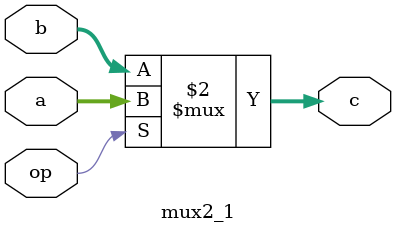
<source format=v>
`timescale 1ns / 1ps

module mux2_1#(parameter width=32)(
    input [width-1:0] a,//pc+4
    input [width-1:0] b,//pc+offset
    input op,
    output wire [width-1:0] c
    );

    assign c=(op==1'b1)?a:b;
endmodule
</source>
